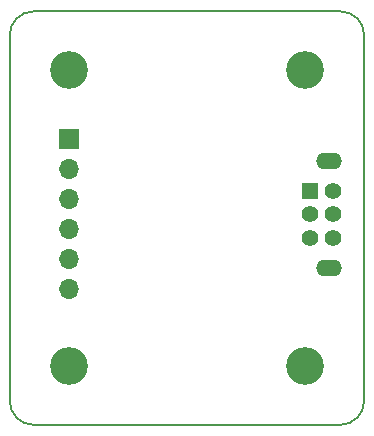
<source format=gbr>
G04 #@! TF.GenerationSoftware,KiCad,Pcbnew,5.1.6-c6e7f7d~86~ubuntu20.04.1*
G04 #@! TF.CreationDate,2020-05-17T16:03:39+03:00*
G04 #@! TF.ProjectId,GB-BRK-LINK-B,47422d42-524b-42d4-9c49-4e4b2d422e6b,v1.0*
G04 #@! TF.SameCoordinates,Original*
G04 #@! TF.FileFunction,Soldermask,Top*
G04 #@! TF.FilePolarity,Negative*
%FSLAX46Y46*%
G04 Gerber Fmt 4.6, Leading zero omitted, Abs format (unit mm)*
G04 Created by KiCad (PCBNEW 5.1.6-c6e7f7d~86~ubuntu20.04.1) date 2020-05-17 16:03:39*
%MOMM*%
%LPD*%
G01*
G04 APERTURE LIST*
G04 #@! TA.AperFunction,Profile*
%ADD10C,0.150000*%
G04 #@! TD*
%ADD11C,1.400000*%
%ADD12R,1.400000X1.400000*%
%ADD13O,2.200000X1.400000*%
%ADD14R,1.700000X1.700000*%
%ADD15O,1.700000X1.700000*%
%ADD16C,3.200000*%
G04 APERTURE END LIST*
D10*
X52000000Y-85000000D02*
G75*
G02*
X50000000Y-83000000I0J2000000D01*
G01*
X80000000Y-83000000D02*
G75*
G02*
X78000000Y-85000000I-2000000J0D01*
G01*
X78000000Y-50000000D02*
G75*
G02*
X80000000Y-52000000I0J-2000000D01*
G01*
X50000000Y-52000000D02*
G75*
G02*
X52000000Y-50000000I2000000J0D01*
G01*
X52000000Y-85000000D02*
X78000000Y-85000000D01*
X80000000Y-52000000D02*
X80000000Y-83000000D01*
X52000000Y-50000000D02*
X78000000Y-50000000D01*
X50000000Y-52000000D02*
X50000000Y-83000000D01*
D11*
X77400000Y-69200000D03*
X75400000Y-69200000D03*
X77400000Y-67200000D03*
X75400000Y-67200000D03*
X77400000Y-65200000D03*
D12*
X75400000Y-65200000D03*
D13*
X77000000Y-71700000D03*
X77000000Y-62700000D03*
D14*
X55000000Y-60850000D03*
D15*
X55000000Y-63390000D03*
X55000000Y-65930000D03*
X55000000Y-68470000D03*
X55000000Y-71010000D03*
X55000000Y-73550000D03*
D16*
X75000000Y-80000000D03*
X75000000Y-55000000D03*
X55000000Y-80000000D03*
X55000000Y-55000000D03*
M02*

</source>
